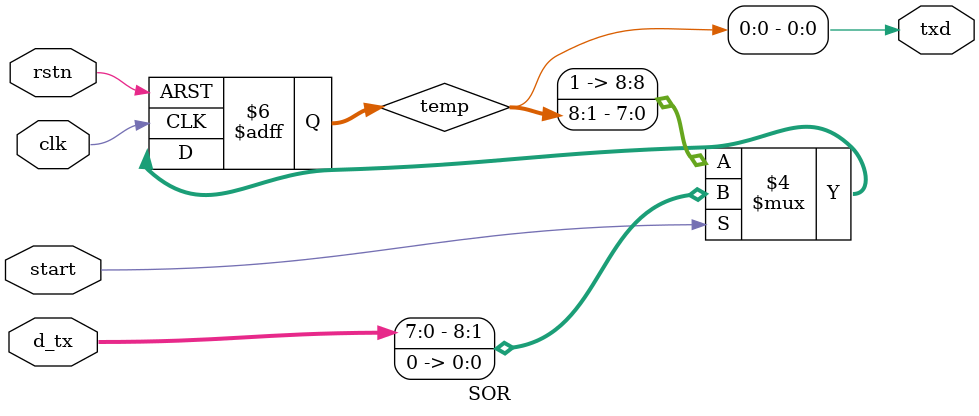
<source format=v>
`timescale 1ns / 1ps


module SOR(
    input clk,rstn,
    input [7:0]d_tx,
    input start,
    output txd
    );
reg [8:0]temp;
always @(posedge clk,negedge rstn) begin
    if(!rstn)begin
        temp<=9'b1111_1111_1;
    end
    else if(start)begin
        temp<={d_tx,1'b0};
    end
    else temp<={1'b1,temp[8:1]};
end
assign txd=temp[0];
endmodule

</source>
